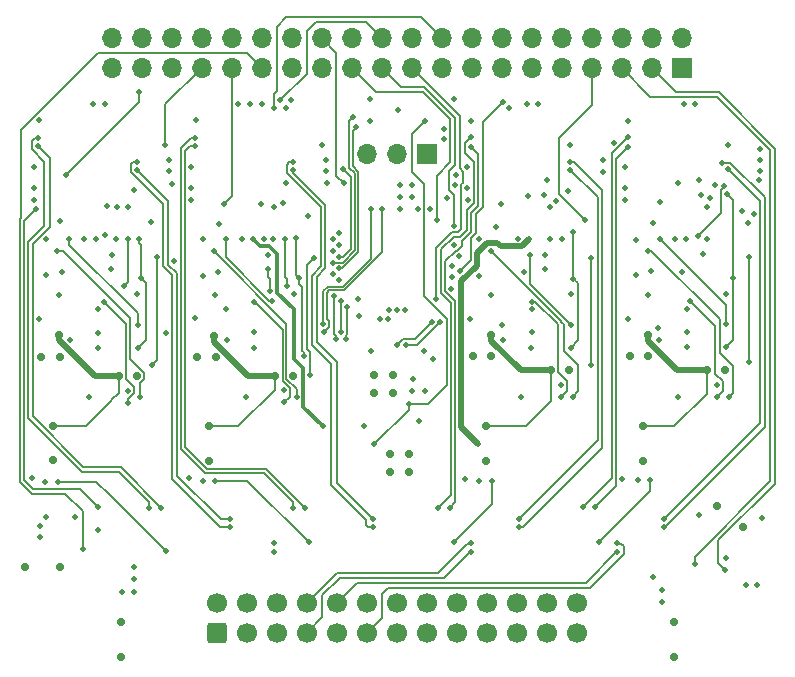
<source format=gbl>
%TF.GenerationSoftware,KiCad,Pcbnew,9.0.0*%
%TF.CreationDate,2025-04-07T15:36:10+02:00*%
%TF.ProjectId,AES42HAT,41455334-3248-4415-942e-6b696361645f,rev?*%
%TF.SameCoordinates,PX5f5e100PY5f5e100*%
%TF.FileFunction,Copper,L6,Bot*%
%TF.FilePolarity,Positive*%
%FSLAX46Y46*%
G04 Gerber Fmt 4.6, Leading zero omitted, Abs format (unit mm)*
G04 Created by KiCad (PCBNEW 9.0.0) date 2025-04-07 15:36:10*
%MOMM*%
%LPD*%
G01*
G04 APERTURE LIST*
G04 Aperture macros list*
%AMRoundRect*
0 Rectangle with rounded corners*
0 $1 Rounding radius*
0 $2 $3 $4 $5 $6 $7 $8 $9 X,Y pos of 4 corners*
0 Add a 4 corners polygon primitive as box body*
4,1,4,$2,$3,$4,$5,$6,$7,$8,$9,$2,$3,0*
0 Add four circle primitives for the rounded corners*
1,1,$1+$1,$2,$3*
1,1,$1+$1,$4,$5*
1,1,$1+$1,$6,$7*
1,1,$1+$1,$8,$9*
0 Add four rect primitives between the rounded corners*
20,1,$1+$1,$2,$3,$4,$5,0*
20,1,$1+$1,$4,$5,$6,$7,0*
20,1,$1+$1,$6,$7,$8,$9,0*
20,1,$1+$1,$8,$9,$2,$3,0*%
G04 Aperture macros list end*
%TA.AperFunction,ComponentPad*%
%ADD10RoundRect,0.250000X0.600000X-0.600000X0.600000X0.600000X-0.600000X0.600000X-0.600000X-0.600000X0*%
%TD*%
%TA.AperFunction,ComponentPad*%
%ADD11C,1.700000*%
%TD*%
%TA.AperFunction,ComponentPad*%
%ADD12R,1.700000X1.700000*%
%TD*%
%TA.AperFunction,ComponentPad*%
%ADD13O,1.700000X1.700000*%
%TD*%
%TA.AperFunction,ViaPad*%
%ADD14C,0.700000*%
%TD*%
%TA.AperFunction,ViaPad*%
%ADD15C,0.500000*%
%TD*%
%TA.AperFunction,Conductor*%
%ADD16C,0.500000*%
%TD*%
%TA.AperFunction,Conductor*%
%ADD17C,0.300000*%
%TD*%
%TA.AperFunction,Conductor*%
%ADD18C,0.200000*%
%TD*%
%TA.AperFunction,Conductor*%
%ADD19C,0.150000*%
%TD*%
G04 APERTURE END LIST*
D10*
%TO.P,J2,1,Pin_1*%
%TO.N,/X4+*%
X-15240000Y-49000000D03*
D11*
%TO.P,J2,2,Pin_2*%
%TO.N,/X4-*%
X-15240000Y-46460000D03*
%TO.P,J2,3,Pin_3*%
%TO.N,GNDD*%
X-12700000Y-49000000D03*
%TO.P,J2,4,Pin_4*%
%TO.N,/X3+*%
X-12700000Y-46460000D03*
%TO.P,J2,5,Pin_5*%
%TO.N,/X3-*%
X-10160000Y-49000000D03*
%TO.P,J2,6,Pin_6*%
%TO.N,GNDD*%
X-10160000Y-46460000D03*
%TO.P,J2,7,Pin_7*%
%TO.N,/X2+*%
X-7620000Y-49000000D03*
%TO.P,J2,8,Pin_8*%
%TO.N,/X2-*%
X-7620000Y-46460000D03*
%TO.P,J2,9,Pin_9*%
%TO.N,GNDD*%
X-5080000Y-49000000D03*
%TO.P,J2,10,Pin_10*%
%TO.N,/X1+*%
X-5080000Y-46460000D03*
%TO.P,J2,11,Pin_11*%
%TO.N,/X1-*%
X-2540000Y-49000000D03*
%TO.P,J2,12,Pin_12*%
%TO.N,GNDD*%
X-2540000Y-46460000D03*
%TO.P,J2,13,Pin_13*%
%TO.N,/R4+*%
X0Y-49000000D03*
%TO.P,J2,14,Pin_14*%
%TO.N,/R4-*%
X0Y-46460000D03*
%TO.P,J2,15,Pin_15*%
%TO.N,GNDD*%
X2540000Y-49000000D03*
%TO.P,J2,16,Pin_16*%
%TO.N,/R3+*%
X2540000Y-46460000D03*
%TO.P,J2,17,Pin_17*%
%TO.N,/R3-*%
X5080000Y-49000000D03*
%TO.P,J2,18,Pin_18*%
%TO.N,GNDD*%
X5080000Y-46460000D03*
%TO.P,J2,19,Pin_19*%
%TO.N,/R2+*%
X7620000Y-49000000D03*
%TO.P,J2,20,Pin_20*%
%TO.N,/R2-*%
X7620000Y-46460000D03*
%TO.P,J2,21,Pin_21*%
%TO.N,GNDD*%
X10160000Y-49000000D03*
%TO.P,J2,22,Pin_22*%
%TO.N,/R1+*%
X10160000Y-46460000D03*
%TO.P,J2,23,Pin_23*%
%TO.N,/R1-*%
X12700000Y-49000000D03*
%TO.P,J2,24,Pin_24*%
%TO.N,GNDD*%
X12700000Y-46460000D03*
%TO.P,J2,25,Pin_25*%
%TO.N,unconnected-(J2-Pin_25-Pad25)*%
X15240000Y-49000000D03*
%TO.P,J2,26,Pin_26*%
%TO.N,unconnected-(J2-Pin_26-Pad26)*%
X15240000Y-46460000D03*
%TD*%
D12*
%TO.P,J1,1,3V3*%
%TO.N,+3.3VP*%
X24080000Y-1195000D03*
D13*
%TO.P,J1,2,5V*%
%TO.N,+5V*%
X24080000Y1345000D03*
%TO.P,J1,3,SDA/GPIO2*%
%TO.N,/SDA*%
X21540000Y-1195000D03*
%TO.P,J1,4,5V*%
%TO.N,+5V*%
X21540000Y1345000D03*
%TO.P,J1,5,SCL/GPIO3*%
%TO.N,/SCL*%
X19000000Y-1195000D03*
%TO.P,J1,6,GND*%
%TO.N,N/C*%
X19000000Y1345000D03*
%TO.P,J1,7,GCLK0/GPIO4*%
%TO.N,/MCLK*%
X16460000Y-1195000D03*
%TO.P,J1,8,GPIO14/TXD*%
%TO.N,/H2P*%
X16460000Y1345000D03*
%TO.P,J1,9,GND*%
%TO.N,GNDD*%
X13920000Y-1195000D03*
%TO.P,J1,10,GPIO15/RXD*%
%TO.N,/P2H*%
X13920000Y1345000D03*
%TO.P,J1,11,GPIO17*%
%TO.N,/IN4*%
X11380000Y-1195000D03*
%TO.P,J1,12,GPIO18/PWM0*%
%TO.N,/BCK*%
X11380000Y1345000D03*
%TO.P,J1,13,GPIO27*%
%TO.N,/OUT3*%
X8840000Y-1195000D03*
%TO.P,J1,14,GND*%
%TO.N,N/C*%
X8840000Y1345000D03*
%TO.P,J1,15,GPIO22*%
%TO.N,/IN1*%
X6300000Y-1195000D03*
%TO.P,J1,16,GPIO23*%
%TO.N,/OUT1*%
X6300000Y1345000D03*
%TO.P,J1,17,3V3*%
%TO.N,+3.3VP*%
X3760000Y-1195000D03*
%TO.P,J1,18,GPIO24*%
%TO.N,/IN2*%
X3760000Y1345000D03*
%TO.P,J1,19,MOSI0/GPIO10*%
%TO.N,/MOSI*%
X1220000Y-1195000D03*
%TO.P,J1,20,GND*%
%TO.N,GNDD*%
X1220000Y1345000D03*
%TO.P,J1,21,MISO0/GPIO9*%
%TO.N,/MISO*%
X-1320000Y-1195000D03*
%TO.P,J1,22,GPIO25*%
%TO.N,/OUT2*%
X-1320000Y1345000D03*
%TO.P,J1,23,SCLK0/GPIO11*%
%TO.N,/SCLK*%
X-3860000Y-1195000D03*
%TO.P,J1,24,~{CE0}/GPIO8*%
%TO.N,/~{CSA}*%
X-3860000Y1345000D03*
%TO.P,J1,25,GND*%
%TO.N,GNDD*%
X-6400000Y-1195000D03*
%TO.P,J1,26,~{CE1}/GPIO7*%
%TO.N,/~{REQ}{slash}~{ISP}*%
X-6400000Y1345000D03*
%TO.P,J1,27,ID_SD/GPIO0*%
%TO.N,Net-(J1-ID_SD{slash}GPIO0)*%
X-8940000Y-1195000D03*
%TO.P,J1,28,ID_SC/GPIO1*%
%TO.N,Net-(J1-ID_SC{slash}GPIO1)*%
X-8940000Y1345000D03*
%TO.P,J1,29,GCLK1/GPIO5*%
%TO.N,/~{WIEN}*%
X-11480000Y-1195000D03*
%TO.P,J1,30,GND*%
%TO.N,GNDD*%
X-11480000Y1345000D03*
%TO.P,J1,31,GCLK2/GPIO6*%
%TO.N,/RCLK*%
X-14020000Y-1195000D03*
%TO.P,J1,32,PWM0/GPIO12*%
%TO.N,/~{RESET}*%
X-14020000Y1345000D03*
%TO.P,J1,33,PWM1/GPIO13*%
%TO.N,/BLS*%
X-16560000Y-1195000D03*
%TO.P,J1,34,GND*%
%TO.N,GNDD*%
X-16560000Y1345000D03*
%TO.P,J1,35,GPIO19/MISO1*%
%TO.N,/LR*%
X-19100000Y-1195000D03*
%TO.P,J1,36,GPIO16*%
%TO.N,/IN5*%
X-19100000Y1345000D03*
%TO.P,J1,37,GPIO26*%
%TO.N,/IN3*%
X-21640000Y-1195000D03*
%TO.P,J1,38,GPIO20/MOSI1*%
%TO.N,/IN0*%
X-21640000Y1345000D03*
%TO.P,J1,39,GND*%
%TO.N,GNDD*%
X-24180000Y-1195000D03*
%TO.P,J1,40,GPIO21/SCLK1*%
%TO.N,/OUT0*%
X-24180000Y1345000D03*
%TD*%
D12*
%TO.P,J8,1,Pin_1*%
%TO.N,/SWCLK*%
X2540000Y-8500000D03*
D13*
%TO.P,J8,2,Pin_2*%
%TO.N,GNDD*%
X0Y-8500000D03*
%TO.P,J8,3,Pin_3*%
%TO.N,/SWDIO*%
X-2540000Y-8500000D03*
%TD*%
D14*
%TO.N,GNDD*%
X29300000Y-40025000D03*
D15*
X19050000Y-36010000D03*
D14*
X20800000Y-34450000D03*
D15*
X225000Y-11140001D03*
X24500000Y-23550000D03*
X-15137500Y-18500000D03*
D14*
X-23425000Y-51050000D03*
D15*
X-30325000Y-5635000D03*
X20350000Y-36090000D03*
X-2250000Y-25144998D03*
X-30747500Y-12352500D03*
X-23300000Y-45565000D03*
X-25350000Y-24900000D03*
X-30275000Y-39970000D03*
X-27700000Y-24250000D03*
X-22300000Y-45565000D03*
X-12100000Y-23575000D03*
X-25325000Y-40350000D03*
X11362500Y-24875000D03*
X-15412500Y-20400000D03*
X5952500Y-12352500D03*
X-19335000Y-9965000D03*
X-17447500Y-12352500D03*
X21250000Y-20425000D03*
X24270000Y-4275000D03*
D14*
X-8800001Y-27287500D03*
D15*
X2250000Y-25142501D03*
X17400000Y-9980000D03*
X30875000Y-39280000D03*
X22400000Y-45400000D03*
X10750000Y-18500000D03*
X19250000Y-9545000D03*
X-22775000Y-28515001D03*
X5750000Y-35985000D03*
X8962500Y-24225000D03*
X-17625000Y-35935000D03*
X25525000Y-39070000D03*
D14*
X27775000Y-26775000D03*
D15*
X11387500Y-23575000D03*
D14*
X19675000Y-25625000D03*
X-22025000Y-27300000D03*
X23450000Y-51040000D03*
X-575000Y-33875000D03*
X27100000Y-38325000D03*
D15*
X10970000Y-4275000D03*
X-16477501Y-15700000D03*
D14*
X-29175000Y-34400000D03*
D15*
X19252500Y-12352500D03*
X-6025000Y-9955000D03*
X-28400000Y-18500000D03*
X6959999Y-15700000D03*
X5950000Y-9545000D03*
X29495000Y-44975000D03*
X100000Y-4750000D03*
X-13180000Y-15650000D03*
D14*
X7500000Y-34450000D03*
D15*
X20259999Y-15725000D03*
X-30900000Y-35910000D03*
D14*
X-28575000Y-43425000D03*
D15*
X-12100000Y-24875000D03*
X24500000Y-24850000D03*
D14*
X23450000Y-48090000D03*
D15*
X-26480000Y-15675000D03*
X-25730000Y-4225000D03*
X-17000000Y-5635000D03*
X6275000Y-5685000D03*
X-17450000Y-9545000D03*
X-28662500Y-20425000D03*
X2325000Y-28545000D03*
X13850000Y-28015001D03*
X6950000Y-36140000D03*
D14*
X-23425000Y-48100000D03*
D15*
X23520000Y-15650000D03*
D14*
X6425000Y-25625000D03*
X-575000Y-35425000D03*
D15*
X30725000Y-9955000D03*
X-26062500Y-29062500D03*
D14*
X-375000Y-27200000D03*
D15*
X21670001Y-44275000D03*
X24125000Y-18500000D03*
X-29800000Y-36240000D03*
X-25350000Y-23600000D03*
X4600000Y-17965000D03*
X-12430000Y-4225000D03*
D14*
X-31525000Y-43425000D03*
D15*
X-12837501Y-29050000D03*
X19574999Y-5669999D03*
D14*
X14575000Y-26775000D03*
D15*
X-29740001Y-15700000D03*
X10500000Y-29037500D03*
X22400000Y-46400000D03*
X-9550001Y-28502501D03*
X-16450000Y-36140000D03*
D14*
X-375000Y-28750000D03*
X-30137500Y-25650000D03*
D15*
X27050000Y-28015001D03*
X10220000Y-15650000D03*
D14*
X-16912501Y-25637500D03*
D15*
X23750000Y-29037500D03*
X7900000Y-20425000D03*
X0Y-21700000D03*
X-30750000Y-9545000D03*
X-14450000Y-24225000D03*
X-22325000Y-44475000D03*
D14*
X-15900000Y-34450000D03*
D15*
X22125000Y-24200000D03*
%TO.N,+3.3V*%
X26215000Y-15650000D03*
X-19325000Y-8995000D03*
X30725000Y-8995000D03*
X1850000Y-31100000D03*
X12915000Y-15650000D03*
X-27300000Y-39225000D03*
D14*
X-1925000Y-27200000D03*
D15*
X30455000Y-44975000D03*
X-29775000Y-39225000D03*
X17400000Y-9020000D03*
X-24770000Y-4225000D03*
X1250000Y-11140001D03*
X-17450000Y-11395000D03*
X-700000Y-21725000D03*
X25230000Y-4275000D03*
X5950000Y-11395000D03*
X11930000Y-4275000D03*
X-11470000Y-4225000D03*
X-30750000Y-11395000D03*
X4600000Y-18925000D03*
X19250000Y-11395000D03*
X700000Y-21725000D03*
X-23785000Y-15675000D03*
X-10485000Y-15650000D03*
X27850000Y-42700000D03*
X-6025000Y-8995000D03*
D14*
%TO.N,+5V*%
X7975000Y-25625000D03*
D15*
X19550000Y-22425000D03*
D14*
X21225000Y-25625000D03*
D15*
X27812500Y-20300000D03*
X-30362500Y-22425000D03*
X-22325000Y-43475000D03*
X-24150000Y-17000000D03*
X25850000Y-16987500D03*
D14*
X-28575000Y-25650000D03*
X975000Y-33875000D03*
D15*
X-30275000Y-40930000D03*
X-8750000Y-20325000D03*
X1275000Y-28545000D03*
D14*
X-15350001Y-25637500D03*
D15*
X-22000000Y-20350000D03*
X14687500Y-20325000D03*
X12525000Y-17000000D03*
X24500000Y-21600000D03*
X-17112500Y-22400000D03*
X6200000Y-22425000D03*
X11375000Y-21625000D03*
X-10950000Y-17000000D03*
X-25350000Y-21650000D03*
X-14475000Y-21625000D03*
D14*
X-1925000Y-28750000D03*
D15*
%TO.N,+1V8*%
X-25520000Y-15675000D03*
X24480000Y-15650000D03*
X11180000Y-15650000D03*
X6800000Y-33000000D03*
X-2775000Y-31550000D03*
X-12220000Y-15650000D03*
D14*
X975000Y-35425000D03*
D15*
X-6299000Y-31550000D03*
%TO.N,/MCLK*%
X29170000Y-13300000D03*
X-7550000Y-13750000D03*
X-20825000Y-14250000D03*
X-3275000Y-22165001D03*
X15875000Y-14075000D03*
%TO.N,/BLS*%
X14650000Y-7725000D03*
X-19637500Y-7712500D03*
X27975000Y-7725000D03*
X4250000Y-12200000D03*
X-6325000Y-7725000D03*
%TO.N,+3.3VP*%
X4809999Y-3800000D03*
X2375000Y-5700000D03*
X975000Y-29650000D03*
X-2335000Y-5700000D03*
X-2335000Y-3800000D03*
X-1925000Y-33025000D03*
%TO.N,/~{CSA}*%
X4987500Y-10262500D03*
X23775000Y-10925000D03*
%TO.N,/SCLK*%
X-24575000Y-12925000D03*
X12450000Y-11975000D03*
X-11521752Y-12703248D03*
X3350000Y-14100000D03*
X25750000Y-11975000D03*
%TO.N,/MOSI*%
X-10450000Y-12975000D03*
X3325000Y-20775000D03*
X12950000Y-12950000D03*
X-23750000Y-12950000D03*
X26250000Y-12950000D03*
%TO.N,/MISO*%
X13450000Y-12450000D03*
X-9650000Y-12650000D03*
X26489124Y-12235876D03*
X-22775000Y-12948376D03*
X4850000Y-14575000D03*
%TO.N,/~{INTA}*%
X25575000Y-10650000D03*
X4925000Y-11140001D03*
%TO.N,/~{RESET}*%
X225000Y-12159999D03*
X26925000Y-11125000D03*
X14450000Y-11650000D03*
X-9400000Y-10937500D03*
X-22250000Y-11550000D03*
%TO.N,/~{CSB}*%
X11051624Y-12026624D03*
X250000Y-13125000D03*
%TO.N,/~{INTB}*%
X4850000Y-16175000D03*
X13935000Y-15675000D03*
%TO.N,/~{REQ}{slash}~{ISP}*%
X-4525000Y-10950000D03*
X1250000Y-12159999D03*
%TO.N,/UCKA*%
X5266878Y-17130058D03*
X25450000Y-15450000D03*
X27698376Y-11226624D03*
%TO.N,/UBTA*%
X30636148Y-10724070D03*
X-5475000Y-16675000D03*
X-4775000Y-23553000D03*
X-4775000Y-20950000D03*
%TO.N,/UBTB*%
X-4950000Y-17175000D03*
X-4600000Y-9750000D03*
X12700000Y-10700000D03*
%TO.N,/PHOA*%
X21400000Y-36090000D03*
X17075000Y-41375000D03*
%TO.N,/IN4*%
X-13450000Y-4250000D03*
%TO.N,/~{CSC}*%
X-11300000Y-15650000D03*
X-4950000Y-16175000D03*
%TO.N,/~{CSD}*%
X-4950000Y-15175000D03*
X-24750000Y-15325000D03*
%TO.N,/MODC*%
X-1250000Y-13100000D03*
X-6225000Y-23575000D03*
%TO.N,/MODD*%
X-19615140Y-23600000D03*
X-6250000Y-22850000D03*
X-2250000Y-13100000D03*
%TO.N,/SDA*%
X27775000Y-43700000D03*
X3975000Y-7175000D03*
%TO.N,/SCL*%
X3998000Y-6400000D03*
X25175000Y-43200000D03*
%TO.N,/MODB*%
X8850000Y-22925000D03*
X-5475000Y-15675000D03*
X-4250000Y-21469485D03*
X-4373376Y-24148376D03*
%TO.N,/UCKD*%
X-18875000Y-17550000D03*
X-5475000Y-18675000D03*
%TO.N,/P2H*%
X-5475000Y-17675000D03*
X-3725000Y-5375000D03*
%TO.N,/H2P*%
X-3462500Y-6237500D03*
X-4950000Y-18175000D03*
%TO.N,/UBTC*%
X1750000Y-13125000D03*
X-5925000Y-10950000D03*
%TO.N,/MODA*%
X-5377249Y-20500999D03*
X-4950000Y-19175000D03*
X22075000Y-23175000D03*
X-5175000Y-24172545D03*
%TO.N,/UBTD*%
X-19100000Y-11050000D03*
X2752246Y-13105076D03*
%TO.N,/PVC*%
X-51624Y-24650000D03*
X2925000Y-22676000D03*
%TO.N,/WCLK*%
X30725000Y-8050000D03*
X4575000Y-19906000D03*
X-16465000Y-18775000D03*
X20235000Y-18750000D03*
X-29740001Y-18725000D03*
X6950000Y-18800000D03*
%TO.N,/PVD*%
X725000Y-24650000D03*
X3650000Y-22700000D03*
%TO.N,Net-(T5-OUT2B)*%
X22625000Y-39400000D03*
X27975000Y-9725000D03*
%TO.N,Net-(T5-OUT1A)*%
X27475000Y-9225000D03*
X22625000Y-40100000D03*
%TO.N,/X2+*%
X6270000Y-42150000D03*
%TO.N,/X2-*%
X6270000Y-41450000D03*
%TO.N,/X1+*%
X18645000Y-42150000D03*
%TO.N,/X1-*%
X18645000Y-41450000D03*
%TO.N,/R3+*%
X-10420000Y-42150000D03*
%TO.N,/R3-*%
X-10420000Y-41450000D03*
%TO.N,/BCK*%
X5275000Y-18425000D03*
X8950000Y-4050000D03*
X-8950000Y-3950000D03*
%TO.N,/OUT3*%
X-28025000Y-10225000D03*
X-21900000Y-3275000D03*
%TO.N,/IN2*%
X-10450000Y-4600000D03*
%TO.N,/OUT2*%
X-9950000Y-3950000D03*
%TO.N,/IN3*%
X18337696Y-7537696D03*
%TO.N,/LR*%
X9450000Y-4600000D03*
X-9450000Y-4600000D03*
%TO.N,/M3A*%
X28425000Y-19000000D03*
X27923148Y-11905100D03*
X27837499Y-24850000D03*
%TO.N,/SLA*%
X22234999Y-15675000D03*
X27825000Y-22900000D03*
%TO.N,/FBA*%
X24828248Y-20950000D03*
X27050000Y-29034999D03*
%TO.N,/~{WIEN}*%
X-26625000Y-41900000D03*
%TO.N,Net-(C59-Pad1)*%
X29800000Y-26075000D03*
X29800000Y-17240001D03*
%TO.N,Net-(T6-OUT2B)*%
X14625000Y-9800003D03*
X10270000Y-39400000D03*
%TO.N,Net-(T6-OUT1A)*%
X14625000Y-9150000D03*
X10270000Y-40100000D03*
%TO.N,Net-(T7-OUT1A)*%
X-2055000Y-40100000D03*
X-8800000Y-9125000D03*
%TO.N,Net-(T7-OUT2B)*%
X-2055000Y-39400000D03*
X-8800000Y-9825000D03*
%TO.N,Net-(T8-OUT1A)*%
X-14125000Y-40100000D03*
X-22062500Y-9150000D03*
%TO.N,Net-(T8-OUT2B)*%
X-14125000Y-39400000D03*
X-22062500Y-9800003D03*
%TO.N,Net-(C50-Pad1)*%
X21225000Y-16687500D03*
X28075000Y-29020000D03*
D14*
%TO.N,Net-(D52-A1)*%
X21225000Y-23825000D03*
X20800000Y-31550000D03*
X26225000Y-26775000D03*
D15*
%TO.N,Net-(C60-Pad1)*%
X14850000Y-29020000D03*
X7900000Y-16700000D03*
D14*
%TO.N,Net-(D62-A1)*%
X13025000Y-26775000D03*
X7500000Y-31550000D03*
X7975000Y-23825000D03*
D15*
%TO.N,Net-(C69-Pad1)*%
X16375000Y-17265001D03*
X16375000Y-26350000D03*
%TO.N,Net-(C70-Pad1)*%
X-8500000Y-29020000D03*
X-15500000Y-16715001D03*
D14*
%TO.N,Net-(D72-A1)*%
X-15900000Y-31550000D03*
X-10350001Y-27287500D03*
X-15512500Y-23925000D03*
D15*
%TO.N,Net-(C79-Pad1)*%
X-7400000Y-27225000D03*
X-7025000Y-17265001D03*
%TO.N,Net-(C80-Pad1)*%
X-28775000Y-16700000D03*
X-21775000Y-29020000D03*
D14*
%TO.N,Net-(D82-A1)*%
X-23575000Y-27300000D03*
X-29175000Y-31500000D03*
X-28650000Y-23850000D03*
D15*
%TO.N,Net-(C89-Pad1)*%
X-20350000Y-17240001D03*
X-20775000Y-26375000D03*
%TO.N,/PHOB*%
X4775000Y-41375000D03*
X8000000Y-36140000D03*
%TO.N,/PHOC*%
X-15400000Y-36140000D03*
X-7500000Y-41350000D03*
%TO.N,/FBB*%
X11375000Y-20975000D03*
X13850000Y-29034999D03*
%TO.N,/SLB*%
X14700000Y-22925000D03*
X11250000Y-16999000D03*
%TO.N,/FBC*%
X-12100000Y-20975000D03*
X-9550000Y-29522499D03*
%TO.N,/SLC*%
X-10600000Y-20925000D03*
X-14502501Y-15700000D03*
%TO.N,/FBD*%
X-22775000Y-29534999D03*
X-24825000Y-21000000D03*
%TO.N,/SLD*%
X-27765001Y-15700000D03*
X-21975000Y-22950000D03*
%TO.N,/MID*%
X-10775000Y-20075000D03*
X1325000Y-27525000D03*
X12475000Y-18250000D03*
X-24200000Y-18250000D03*
X3000000Y-25825000D03*
X21500000Y-18425000D03*
X-10925000Y-18250000D03*
%TO.N,/M3B*%
X14712499Y-24875000D03*
X14925000Y-19026000D03*
X14925000Y-15100000D03*
%TO.N,/M3C*%
X-8550000Y-15625000D03*
X-7925000Y-25550000D03*
X-8313785Y-18988785D03*
%TO.N,/M3D*%
X-21675000Y-19000000D03*
X-21850000Y-15675000D03*
X-21962501Y-24900000D03*
%TO.N,Net-(T1-OUT2B)*%
X19537500Y-7875000D03*
X16730358Y-38400000D03*
%TO.N,Net-(T1-OUT1A)*%
X15710358Y-38400000D03*
X19537500Y-7045000D03*
%TO.N,Net-(T2-OUT1A)*%
X3431072Y-38425000D03*
X6237500Y-7045000D03*
%TO.N,Net-(T2-OUT2B)*%
X6237500Y-7875000D03*
X4451072Y-38425000D03*
%TO.N,Net-(T3-OUT1A)*%
X-17087500Y-7150000D03*
X-8820000Y-38425000D03*
%TO.N,Net-(T3-OUT2B)*%
X-7800000Y-38425000D03*
X-17087500Y-7800003D03*
%TO.N,Net-(T4-OUT2B)*%
X-19965000Y-38425000D03*
X-30400000Y-7825000D03*
%TO.N,Net-(T4-OUT1A)*%
X-30400000Y-7125000D03*
X-20985000Y-38425000D03*
%TO.N,/~{INTC}*%
X-1475000Y-22450000D03*
X-9465000Y-15650000D03*
X-9325000Y-19625000D03*
%TO.N,/~{INTD}*%
X-22765000Y-15675000D03*
X-23150000Y-19700000D03*
X-750000Y-22450000D03*
%TO.N,/ACLK*%
X8325000Y-14625000D03*
X-15075000Y-14450000D03*
X-3350000Y-20750000D03*
X21650000Y-14300000D03*
X29700000Y-14300000D03*
X-28525000Y-14175000D03*
%TO.N,/RCLK*%
X8750000Y-12700000D03*
X-25325000Y-38400000D03*
X-30586334Y-13138666D03*
X-14675000Y-12725000D03*
X30250000Y-13550000D03*
X22225000Y-12525000D03*
%TO.N,/PHOD*%
X-28750000Y-36240000D03*
X-19610000Y-42080000D03*
%TD*%
D16*
%TO.N,+1V8*%
X6751000Y-17949000D02*
X5425000Y-19275000D01*
D17*
X-8750000Y-21625000D02*
X-8750000Y-25800000D01*
X-7949000Y-27455232D02*
X-7949000Y-29900000D01*
X-7949000Y-26601000D02*
X-7949000Y-26994768D01*
D16*
X5425000Y-19275000D02*
X5425000Y-31625000D01*
D17*
X-10150000Y-16925000D02*
X-10150000Y-20225000D01*
X-10825000Y-16250000D02*
X-10150000Y-16925000D01*
X-7949000Y-26994768D02*
X-7951000Y-26996768D01*
D16*
X7600000Y-16025000D02*
X6751000Y-16874000D01*
X8475000Y-16025000D02*
X7600000Y-16025000D01*
D17*
X-10150000Y-20225000D02*
X-8750000Y-21625000D01*
D16*
X8751000Y-16301000D02*
X8475000Y-16025000D01*
D17*
X-8750000Y-25800000D02*
X-7949000Y-26601000D01*
X-7951000Y-27453232D02*
X-7949000Y-27455232D01*
D16*
X6751000Y-16874000D02*
X6751000Y-17949000D01*
X5425000Y-31625000D02*
X6800000Y-33000000D01*
X10529000Y-16301000D02*
X8751000Y-16301000D01*
X11180000Y-15650000D02*
X10529000Y-16301000D01*
D17*
X-12220000Y-15650000D02*
X-11620000Y-16250000D01*
X-7951000Y-26996768D02*
X-7951000Y-27453232D01*
X-11620000Y-16250000D02*
X-10825000Y-16250000D01*
X-7949000Y-29900000D02*
X-6299000Y-31550000D01*
D18*
%TO.N,/MCLK*%
X13674000Y-11874000D02*
X13674000Y-7151000D01*
X15875000Y-14075000D02*
X13674000Y-11874000D01*
X16460000Y-4365000D02*
X16460000Y-1195000D01*
X13674000Y-7151000D02*
X16460000Y-4365000D01*
%TO.N,/BLS*%
X-19637500Y-4272500D02*
X-16560000Y-1195000D01*
X-19637500Y-7712500D02*
X-19637500Y-4272500D01*
%TO.N,+3.3VP*%
X975000Y-30125000D02*
X-1925000Y-33025000D01*
X975000Y-29650000D02*
X975000Y-30125000D01*
X1275000Y-6800000D02*
X2375000Y-5700000D01*
X2600000Y-29650000D02*
X4175000Y-28075000D01*
X2250000Y-11025000D02*
X1275000Y-10050000D01*
X4175000Y-22450000D02*
X2250000Y-20525000D01*
X2250000Y-20525000D02*
X2250000Y-11025000D01*
X975000Y-29650000D02*
X2600000Y-29650000D01*
X4175000Y-28075000D02*
X4175000Y-22450000D01*
X1275000Y-10050000D02*
X1275000Y-6800000D01*
%TO.N,/SCLK*%
X3350000Y-14100000D02*
X3350000Y-10350000D01*
X3350000Y-10350000D02*
X4500000Y-9200000D01*
X-1805000Y-3250000D02*
X-3860000Y-1195000D01*
X4500000Y-9200000D02*
X4500000Y-5525000D01*
X2225000Y-3250000D02*
X-1805000Y-3250000D01*
X4500000Y-5525000D02*
X2225000Y-3250000D01*
%TO.N,/MOSI*%
X3325000Y-16425000D02*
X4625000Y-15125000D01*
X3325000Y-20775000D02*
X3325000Y-16425000D01*
X5425000Y-11050000D02*
X5575000Y-10900000D01*
X5575000Y-10900000D02*
X5575000Y-9975000D01*
X5575000Y-9975000D02*
X5300000Y-9700000D01*
X5425000Y-14825000D02*
X5425000Y-11050000D01*
X4625000Y-15125000D02*
X5125000Y-15125000D01*
X5125000Y-15125000D02*
X5425000Y-14825000D01*
X5300000Y-9700000D02*
X5300000Y-5275000D01*
X5300000Y-5275000D02*
X1220000Y-1195000D01*
%TO.N,/MISO*%
X310000Y-2825000D02*
X-1320000Y-1195000D01*
X4400000Y-11500000D02*
X4400000Y-9925000D01*
X4850000Y-11950000D02*
X4400000Y-11500000D01*
X4900000Y-9425000D02*
X4900000Y-5425000D01*
X4400000Y-9925000D02*
X4900000Y-9425000D01*
X4850000Y-14575000D02*
X4850000Y-11950000D01*
X2300000Y-2825000D02*
X310000Y-2825000D01*
X4900000Y-5425000D02*
X2300000Y-2825000D01*
%TO.N,/~{REQ}{slash}~{ISP}*%
X-5150000Y95000D02*
X-6400000Y1345000D01*
X-4525000Y-10950000D02*
X-5150000Y-10325000D01*
X-5150000Y-10325000D02*
X-5150000Y95000D01*
D19*
%TO.N,/UCKA*%
X27698376Y-11226624D02*
X27400000Y-11525000D01*
X27400000Y-13500000D02*
X25450000Y-15450000D01*
X27400000Y-11525000D02*
X27400000Y-13500000D01*
D18*
%TO.N,/UBTA*%
X-4775000Y-23553000D02*
X-4775000Y-20950000D01*
D19*
%TO.N,/UBTB*%
X-4550000Y-17175000D02*
X-4950000Y-17175000D01*
X-4600000Y-9750000D02*
X-3902000Y-10448000D01*
X-3902000Y-10448000D02*
X-3902000Y-16527000D01*
X-3902000Y-16527000D02*
X-4550000Y-17175000D01*
D18*
%TO.N,/PHOA*%
X21400000Y-37050000D02*
X21400000Y-36090000D01*
X17075000Y-41375000D02*
X21400000Y-37050000D01*
D19*
%TO.N,/MODC*%
X-5774000Y-23124000D02*
X-6225000Y-23575000D01*
X-5949000Y-22477834D02*
X-5774000Y-22652834D01*
X-1250000Y-13100000D02*
X-1250000Y-16775678D01*
X-1250000Y-16775678D02*
X-4500322Y-20026000D01*
X-5949000Y-20224678D02*
X-5949000Y-22477834D01*
X-5750322Y-20026000D02*
X-5949000Y-20224678D01*
X-5774000Y-22652834D02*
X-5774000Y-23124000D01*
X-4500322Y-20026000D02*
X-5750322Y-20026000D01*
%TO.N,/MODD*%
X-2250000Y-17350000D02*
X-4625000Y-19725000D01*
X-2250000Y-13100000D02*
X-2250000Y-17350000D01*
X-6250000Y-20100000D02*
X-6250000Y-22850000D01*
X-5875000Y-19725000D02*
X-6250000Y-20100000D01*
X-4625000Y-19725000D02*
X-5875000Y-19725000D01*
D18*
%TO.N,/SDA*%
X27225000Y-3250000D02*
X32000000Y-8025000D01*
X27200000Y-41200000D02*
X27200000Y-43150000D01*
X23595000Y-3250000D02*
X27225000Y-3250000D01*
X21540000Y-1195000D02*
X23595000Y-3250000D01*
X32000000Y-36400000D02*
X27200000Y-41200000D01*
X27200000Y-43150000D02*
X27775000Y-43725000D01*
X32000000Y-8025000D02*
X32000000Y-36400000D01*
%TO.N,/SCL*%
X25175000Y-42575000D02*
X25175000Y-43200000D01*
X19000000Y-1195000D02*
X21431000Y-3626000D01*
X31599000Y-8174000D02*
X31599000Y-36151000D01*
X21431000Y-3626000D02*
X27051000Y-3626000D01*
X27051000Y-3626000D02*
X31599000Y-8174000D01*
X31599000Y-36151000D02*
X25175000Y-42575000D01*
%TO.N,/MODB*%
X-4250000Y-21469485D02*
X-4250000Y-23736521D01*
X-4250000Y-23736521D02*
X-4375000Y-23861521D01*
X-4375000Y-23861521D02*
X-4375000Y-24146752D01*
X-4375000Y-24146752D02*
X-4373376Y-24148376D01*
D19*
%TO.N,/P2H*%
X-4624322Y-17675000D02*
X-3601000Y-16651678D01*
X-3601000Y-16651678D02*
X-3601000Y-10124000D01*
X-4075000Y-5725000D02*
X-3725000Y-5375000D01*
X-3601000Y-10124000D02*
X-4075000Y-9650000D01*
X-3750000Y-5400000D02*
X-3725000Y-5375000D01*
X-5475000Y-17675000D02*
X-4624322Y-17675000D01*
X-4075000Y-9650000D02*
X-4075000Y-5725000D01*
%TO.N,/H2P*%
X-3774000Y-6549000D02*
X-3774000Y-9525000D01*
X-3300000Y-16776356D02*
X-4698644Y-18175000D01*
X-3462500Y-6237500D02*
X-3774000Y-6549000D01*
X-4698644Y-18175000D02*
X-4950000Y-18175000D01*
X-3300000Y-9999000D02*
X-3300000Y-16776356D01*
X-3774000Y-9525000D02*
X-3300000Y-9999000D01*
D18*
%TO.N,/MODA*%
X-5377249Y-20500999D02*
X-5377249Y-23697751D01*
X-5377249Y-23697751D02*
X-5175000Y-23900000D01*
X-5175000Y-23900000D02*
X-5175000Y-24172545D01*
%TO.N,/PVC*%
X473376Y-24125000D02*
X-51624Y-24650000D01*
X1476000Y-24125000D02*
X473376Y-24125000D01*
X2925000Y-22676000D02*
X1476000Y-24125000D01*
%TO.N,/PVD*%
X3650000Y-22700000D02*
X1700000Y-24650000D01*
X1700000Y-24650000D02*
X725000Y-24650000D01*
%TO.N,Net-(T5-OUT2B)*%
X30750000Y-12500000D02*
X27975000Y-9725000D01*
X22625000Y-39400000D02*
X30750000Y-31275000D01*
X22625000Y-39425000D02*
X22625000Y-39400000D01*
X30750000Y-31275000D02*
X30750000Y-12500000D01*
%TO.N,Net-(T5-OUT1A)*%
X22603248Y-40075000D02*
X22650000Y-40075000D01*
X27767479Y-9224000D02*
X27766479Y-9225000D01*
X28183521Y-9225000D02*
X28182521Y-9224000D01*
X31125000Y-31608521D02*
X31125000Y-12150000D01*
X27766479Y-9225000D02*
X27475000Y-9225000D01*
X31125000Y-12150000D02*
X28200000Y-9225000D01*
X22824000Y-39901000D02*
X22832521Y-39901000D01*
X22650000Y-40075000D02*
X22824000Y-39901000D01*
X28182521Y-9224000D02*
X27767479Y-9224000D01*
X28200000Y-9225000D02*
X28183521Y-9225000D01*
X22832521Y-39901000D02*
X31125000Y-31608521D01*
%TO.N,/X2+*%
X-6325000Y-45850000D02*
X-4875000Y-44400000D01*
X-4875000Y-44400000D02*
X3995000Y-44400000D01*
X-6325000Y-47705000D02*
X-6325000Y-45850000D01*
X3995000Y-44400000D02*
X6270000Y-42125000D01*
X-7620000Y-49000000D02*
X-6325000Y-47705000D01*
%TO.N,/X2-*%
X-7620000Y-46460000D02*
X-5260000Y-44100000D01*
X-5100678Y-43950000D02*
X3475000Y-43950000D01*
X5950000Y-41475000D02*
X6270000Y-41475000D01*
X3475000Y-43950000D02*
X5950000Y-41475000D01*
X-5250678Y-44100000D02*
X-5100678Y-43950000D01*
X-5260000Y-44100000D02*
X-5250678Y-44100000D01*
%TO.N,/X1+*%
X15945000Y-44825000D02*
X18645000Y-42125000D01*
X-3445000Y-44825000D02*
X15945000Y-44825000D01*
X-5080000Y-46460000D02*
X-3445000Y-44825000D01*
%TO.N,/X1-*%
X18975000Y-41475000D02*
X18645000Y-41475000D01*
X-1275000Y-47735000D02*
X-1275000Y-45700000D01*
X19200000Y-41700000D02*
X18975000Y-41475000D01*
X19200000Y-42350000D02*
X19200000Y-41700000D01*
X-1275000Y-45700000D02*
X-775000Y-45200000D01*
X-2540000Y-49000000D02*
X-1275000Y-47735000D01*
X16350000Y-45200000D02*
X19200000Y-42350000D01*
X-775000Y-45200000D02*
X16350000Y-45200000D01*
%TO.N,/BCK*%
X6250000Y-15625000D02*
X6675000Y-15200000D01*
X5281993Y-18412398D02*
X6250000Y-17444391D01*
X7250000Y-5750000D02*
X8950000Y-4050000D01*
X7250000Y-12975000D02*
X7250000Y-5750000D01*
X6250000Y-17444391D02*
X6250000Y-15625000D01*
X6675000Y-15200000D02*
X6675000Y-13550000D01*
X6675000Y-13550000D02*
X7250000Y-12975000D01*
%TO.N,/OUT3*%
X-28025000Y-10225000D02*
X-21900000Y-4100000D01*
X-21900000Y-4100000D02*
X-21900000Y-3275000D01*
%TO.N,/IN2*%
X-10450000Y-4600000D02*
X-10450000Y-3400000D01*
X-10200000Y-3150000D02*
X-10200000Y2275000D01*
X2005000Y3100000D02*
X3760000Y1345000D01*
X-10450000Y-3400000D02*
X-10200000Y-3150000D01*
X-10200000Y2275000D02*
X-9375000Y3100000D01*
X-9375000Y3100000D02*
X2005000Y3100000D01*
%TO.N,/OUT2*%
X-6900000Y2700000D02*
X-2675000Y2700000D01*
X-7675000Y-1675000D02*
X-7675000Y1925000D01*
X-7675000Y1925000D02*
X-6900000Y2700000D01*
X-2675000Y2700000D02*
X-1320000Y1345000D01*
X-9950000Y-3950000D02*
X-7675000Y-1675000D01*
%TO.N,/M3A*%
X28425000Y-24262499D02*
X27837499Y-24850000D01*
X28425000Y-19000000D02*
X28425000Y-24262499D01*
X28425000Y-12406952D02*
X27923148Y-11905100D01*
X28425000Y-19000000D02*
X28425000Y-12406952D01*
%TO.N,/SLA*%
X27825000Y-21265001D02*
X22234999Y-15675000D01*
X27825000Y-22900000D02*
X27825000Y-21265001D01*
%TO.N,/FBA*%
X26925000Y-23046752D02*
X26925000Y-27075000D01*
X26925000Y-27075000D02*
X27575000Y-27725000D01*
X24828248Y-20950000D02*
X26925000Y-23046752D01*
X27575000Y-27725000D02*
X27575000Y-28509999D01*
X27575000Y-28509999D02*
X27050000Y-29034999D01*
%TO.N,/~{WIEN}*%
X-26625000Y-41900000D02*
X-26625000Y-38750000D01*
X-31926000Y-36245389D02*
X-31926000Y-13981943D01*
X-25350000Y75000D02*
X-12750000Y75000D01*
X-12750000Y75000D02*
X-11480000Y-1195000D01*
X-30849322Y-37275000D02*
X-30850322Y-37276000D01*
X-26625000Y-38750000D02*
X-28100000Y-37275000D01*
X-31850000Y-6425000D02*
X-25350000Y75000D01*
X-31850000Y-13905944D02*
X-31850000Y-6425000D01*
X-31926000Y-13981943D02*
X-31850000Y-13905944D01*
X-28100000Y-37275000D02*
X-30849322Y-37275000D01*
X-30895389Y-37276000D02*
X-31926000Y-36245389D01*
X-30850322Y-37276000D02*
X-30895389Y-37276000D01*
%TO.N,Net-(C59-Pad1)*%
X29800000Y-26075000D02*
X29800000Y-17240001D01*
%TO.N,Net-(T6-OUT2B)*%
X14625000Y-9800003D02*
X16975000Y-12150003D01*
X16975000Y-12150003D02*
X16975000Y-32720000D01*
X16975000Y-32720000D02*
X10270000Y-39425000D01*
%TO.N,Net-(T6-OUT1A)*%
X17350000Y-11500000D02*
X17350000Y-33350000D01*
X17350000Y-33350000D02*
X10625000Y-40075000D01*
X15000000Y-9150000D02*
X17350000Y-11500000D01*
X14625000Y-9150000D02*
X15000000Y-9150000D01*
X10625000Y-40075000D02*
X10270000Y-40075000D01*
%TO.N,Net-(T7-OUT1A)*%
X-9350000Y-10062500D02*
X-6450000Y-12962500D01*
X-5625000Y-26225000D02*
X-5625000Y-36526752D01*
X-2450000Y-40100000D02*
X-2101752Y-40100000D01*
X-8787500Y-9150000D02*
X-9125000Y-9150000D01*
X-6450000Y-18000000D02*
X-7225000Y-18775000D01*
X-9350000Y-9375000D02*
X-9350000Y-10062500D01*
X-2675000Y-39875000D02*
X-2450000Y-40100000D01*
X-2675000Y-39476752D02*
X-2675000Y-39875000D01*
X-6450000Y-12962500D02*
X-6450000Y-18000000D01*
X-9125000Y-9150000D02*
X-9350000Y-9375000D01*
X-7225000Y-18775000D02*
X-7225000Y-24625000D01*
X-5625000Y-36526752D02*
X-2675000Y-39476752D01*
X-7225000Y-24625000D02*
X-5625000Y-26225000D01*
X-2101752Y-40100000D02*
X-2076752Y-40075000D01*
%TO.N,Net-(T7-OUT2B)*%
X-6793274Y-18893274D02*
X-6075000Y-18175000D01*
X-6075000Y-12819118D02*
X-8787500Y-10106618D01*
X-2055000Y-39425000D02*
X-2055000Y-39385000D01*
X-8787500Y-10106618D02*
X-8787500Y-9800003D01*
X-6075000Y-18175000D02*
X-6075000Y-12819118D01*
X-6793274Y-24406387D02*
X-6793274Y-18893274D01*
X-5100000Y-36340000D02*
X-5100000Y-26099661D01*
X-5100000Y-26099661D02*
X-6793274Y-24406387D01*
X-2055000Y-39385000D02*
X-5100000Y-36340000D01*
%TO.N,Net-(T8-OUT1A)*%
X-19075000Y-18700000D02*
X-19826000Y-17949000D01*
X-22563500Y-10007524D02*
X-22563500Y-9363500D01*
X-19826000Y-17949000D02*
X-19826000Y-12745024D01*
X-19826000Y-12745024D02*
X-22563500Y-10007524D01*
X-15005280Y-40075000D02*
X-19075000Y-36005280D01*
X-19075000Y-36005280D02*
X-19075000Y-18700000D01*
X-22350000Y-9150000D02*
X-22062500Y-9150000D01*
X-22563500Y-9363500D02*
X-22350000Y-9150000D01*
X-14105000Y-40075000D02*
X-15005280Y-40075000D01*
%TO.N,Net-(T8-OUT2B)*%
X-19375000Y-12487503D02*
X-19375000Y-17875000D01*
X-19375000Y-17875000D02*
X-18650000Y-18600000D01*
X-18650000Y-18600000D02*
X-18650000Y-35725000D01*
X-18650000Y-35725000D02*
X-14950000Y-39425000D01*
X-14950000Y-39425000D02*
X-14105000Y-39425000D01*
X-22062500Y-9800003D02*
X-19375000Y-12487503D01*
%TO.N,Net-(C50-Pad1)*%
X27300000Y-22475000D02*
X21512500Y-16687500D01*
X28400000Y-26425000D02*
X27300000Y-25325000D01*
X28400000Y-28695000D02*
X28400000Y-26425000D01*
X27300000Y-25325000D02*
X27300000Y-22475000D01*
X28075000Y-29020000D02*
X28400000Y-28695000D01*
X21512500Y-16687500D02*
X21225000Y-16687500D01*
D16*
%TO.N,Net-(D52-A1)*%
X23700000Y-26775000D02*
X26225000Y-26775000D01*
X21225000Y-24300000D02*
X23700000Y-26775000D01*
X21225000Y-23825000D02*
X21225000Y-24300000D01*
D18*
X26225000Y-28775000D02*
X23450000Y-31550000D01*
X26225000Y-26775000D02*
X26225000Y-28775000D01*
X23450000Y-31550000D02*
X20800000Y-31550000D01*
%TO.N,Net-(C60-Pad1)*%
X15300000Y-28570000D02*
X15300000Y-26350000D01*
X14100000Y-25150000D02*
X14100000Y-22878611D01*
X11845389Y-20624000D02*
X11845388Y-20624000D01*
X11824000Y-20624000D02*
X7900000Y-16700000D01*
X13770389Y-22549000D02*
X13770388Y-22549000D01*
X12051000Y-20829611D02*
X12051000Y-20829612D01*
X13770388Y-22549000D02*
X12051000Y-20829611D01*
X14100000Y-22878611D02*
X13976000Y-22754612D01*
X11845388Y-20624000D02*
X11824000Y-20624000D01*
X14850000Y-29020000D02*
X15300000Y-28570000D01*
X15300000Y-26350000D02*
X14100000Y-25150000D01*
X13976000Y-22754612D02*
X13770389Y-22549000D01*
X12051000Y-20829611D02*
X11845389Y-20624000D01*
%TO.N,Net-(D62-A1)*%
X13025000Y-29425000D02*
X10900000Y-31550000D01*
X10900000Y-31550000D02*
X7500000Y-31550000D01*
D16*
X10450000Y-26775000D02*
X13025000Y-26775000D01*
X7975000Y-24300000D02*
X10450000Y-26775000D01*
X7975000Y-23825000D02*
X7975000Y-24300000D01*
D18*
X13025000Y-26775000D02*
X13025000Y-29425000D01*
%TO.N,Net-(C69-Pad1)*%
X16375000Y-26350000D02*
X16375000Y-17265001D01*
D19*
%TO.N,Net-(C70-Pad1)*%
X-8500000Y-28400000D02*
X-9375001Y-27524999D01*
X-9375001Y-22849999D02*
X-15500000Y-16725000D01*
X-15500000Y-16725000D02*
X-15500000Y-16715001D01*
X-9375001Y-27524999D02*
X-9375001Y-22849999D01*
X-8500000Y-29020000D02*
X-8500000Y-28400000D01*
D16*
%TO.N,Net-(D72-A1)*%
X-15512500Y-23925000D02*
X-15512500Y-24400000D01*
X-12625000Y-27287500D02*
X-10350001Y-27287500D01*
D18*
X-10350001Y-27287500D02*
X-10350000Y-27287501D01*
X-10350000Y-27287501D02*
X-10350000Y-28425000D01*
X-10350000Y-28425000D02*
X-13475000Y-31550000D01*
D16*
X-15512500Y-24400000D02*
X-12625000Y-27287500D01*
D18*
X-13475000Y-31550000D02*
X-15900000Y-31550000D01*
%TO.N,Net-(C79-Pad1)*%
X-7400000Y-27225000D02*
X-7400000Y-25250000D01*
X-7400000Y-25250000D02*
X-7625000Y-25025000D01*
X-7625000Y-25025000D02*
X-7625000Y-17865001D01*
X-7625000Y-17865001D02*
X-7025000Y-17265001D01*
%TO.N,Net-(C80-Pad1)*%
X-21424000Y-27001000D02*
X-21424000Y-27548943D01*
X-28775000Y-16700000D02*
X-28256744Y-16700000D01*
X-22600000Y-22356744D02*
X-22600000Y-25825000D01*
X-22600000Y-25825000D02*
X-21424000Y-27001000D01*
X-28256744Y-16700000D02*
X-22600000Y-22356744D01*
X-21775000Y-27899943D02*
X-21775000Y-29020000D01*
X-21424000Y-27548943D02*
X-21775000Y-27899943D01*
D16*
%TO.N,Net-(D82-A1)*%
X-28650000Y-24225000D02*
X-25575000Y-27300000D01*
X-28650000Y-23850000D02*
X-28650000Y-24225000D01*
D18*
X-24225000Y-29350000D02*
X-23575000Y-28700000D01*
X-26350000Y-31500000D02*
X-29175000Y-31500000D01*
X-23575000Y-28700000D02*
X-23575000Y-27300000D01*
X-24225000Y-29375000D02*
X-26350000Y-31500000D01*
D16*
X-25575000Y-27300000D02*
X-23575000Y-27300000D01*
D18*
X-24225000Y-29375000D02*
X-24225000Y-29350000D01*
%TO.N,Net-(C89-Pad1)*%
X-20350000Y-25950000D02*
X-20350000Y-17240001D01*
X-20775000Y-26375000D02*
X-20350000Y-25950000D01*
%TO.N,/PHOB*%
X4775000Y-41375000D02*
X8000000Y-38150000D01*
X8000000Y-38150000D02*
X8000000Y-36140000D01*
%TO.N,/PHOC*%
X-15400000Y-36140000D02*
X-12710000Y-36140000D01*
X-12710000Y-36140000D02*
X-7500000Y-41350000D01*
%TO.N,/FBB*%
X13625000Y-26975000D02*
X14375000Y-27725000D01*
X11700000Y-20975000D02*
X13625000Y-22900000D01*
X11375000Y-20975000D02*
X11700000Y-20975000D01*
X13625000Y-22900000D02*
X13625000Y-26975000D01*
X14375000Y-27725000D02*
X14375000Y-28509999D01*
X14375000Y-28509999D02*
X13850000Y-29034999D01*
%TO.N,/SLB*%
X11250000Y-16999000D02*
X11250000Y-19475000D01*
X11250000Y-19475000D02*
X14700000Y-22925000D01*
D19*
%TO.N,/FBC*%
X-9075000Y-28305750D02*
X-9075000Y-29047499D01*
X-9675001Y-23399999D02*
X-9675001Y-27705749D01*
X-9675001Y-27705749D02*
X-9075000Y-28305750D01*
X-12100000Y-20975000D02*
X-11926000Y-21149000D01*
X-11902834Y-21149000D02*
X-11624000Y-21427834D01*
X-11926000Y-21149000D02*
X-11902834Y-21149000D01*
X-9075000Y-29047499D02*
X-9550000Y-29522499D01*
X-11624000Y-21427834D02*
X-11624000Y-21451000D01*
X-11624000Y-21451000D02*
X-9675001Y-23399999D01*
D18*
%TO.N,/SLC*%
X-10825000Y-20925000D02*
X-10600000Y-20925000D01*
X-14502501Y-17247499D02*
X-10825000Y-20925000D01*
X-14502501Y-15700000D02*
X-14502501Y-17247499D01*
%TO.N,/FBD*%
X-22250000Y-28700000D02*
X-22775000Y-29225000D01*
X-22775000Y-29225000D02*
X-22775000Y-29534999D01*
X-22975000Y-22850000D02*
X-22975000Y-27525000D01*
X-22250000Y-28250000D02*
X-22250000Y-28700000D01*
X-22975000Y-27525000D02*
X-22250000Y-28250000D01*
X-24825000Y-21000000D02*
X-22975000Y-22850000D01*
%TO.N,/SLD*%
X-21975000Y-22950000D02*
X-21975000Y-21950000D01*
X-27765001Y-16159999D02*
X-27765001Y-15700000D01*
X-21975000Y-21950000D02*
X-27765001Y-16159999D01*
%TO.N,/MID*%
X-10775000Y-19050000D02*
X-10925000Y-18900000D01*
X-10925000Y-18900000D02*
X-10925000Y-18250000D01*
X-10775000Y-20075000D02*
X-10775000Y-19050000D01*
%TO.N,/M3B*%
X15325000Y-19425000D02*
X15325000Y-24262499D01*
X15325000Y-24262499D02*
X14712499Y-24875000D01*
X14925000Y-19026000D02*
X14926000Y-19026000D01*
X14926000Y-19026000D02*
X15325000Y-19425000D01*
X14925000Y-19026000D02*
X14925000Y-15100000D01*
%TO.N,/M3C*%
X-8313785Y-19461215D02*
X-8313785Y-18988785D01*
X-8025000Y-19750000D02*
X-8313785Y-19461215D01*
X-8550000Y-18752570D02*
X-8550000Y-15625000D01*
X-8313785Y-18988785D02*
X-8550000Y-18752570D01*
X-7925000Y-25550000D02*
X-7925000Y-25250000D01*
X-8025000Y-25150000D02*
X-8025000Y-19750000D01*
X-7925000Y-25250000D02*
X-8025000Y-25150000D01*
%TO.N,/M3D*%
X-21675000Y-19000000D02*
X-21275000Y-19400000D01*
X-21275000Y-19400000D02*
X-21275000Y-24212499D01*
X-21850000Y-16050000D02*
X-21850000Y-15675000D01*
X-21675000Y-16225000D02*
X-21850000Y-16050000D01*
X-21675000Y-19000000D02*
X-21675000Y-16225000D01*
X-21275000Y-24212499D02*
X-21962501Y-24900000D01*
%TO.N,Net-(T1-OUT2B)*%
X18525000Y-36605358D02*
X18525000Y-8887500D01*
X18525000Y-8887500D02*
X19537500Y-7875000D01*
X16730358Y-38400000D02*
X18525000Y-36605358D01*
%TO.N,Net-(T1-OUT1A)*%
X18175000Y-8407500D02*
X19537500Y-7045000D01*
X15710358Y-38400000D02*
X18175000Y-35935358D01*
X18175000Y-35935358D02*
X18175000Y-8407500D01*
%TO.N,Net-(T2-OUT1A)*%
X6475000Y-12675000D02*
X6475000Y-9150000D01*
X6475000Y-9150000D02*
X5725000Y-8400000D01*
X3431072Y-38425000D02*
X4525000Y-37331072D01*
X5725000Y-7550736D02*
X6230736Y-7045000D01*
X5925000Y-13225000D02*
X6475000Y-12675000D01*
X3725000Y-20275000D02*
X3725000Y-16550000D01*
X6230736Y-7045000D02*
X6237500Y-7045000D01*
X4525000Y-21075000D02*
X3725000Y-20275000D01*
X5925000Y-14900000D02*
X5925000Y-13225000D01*
X4525000Y-37331072D02*
X4525000Y-21075000D01*
X5325000Y-15500000D02*
X5925000Y-14900000D01*
X4775000Y-15500000D02*
X5325000Y-15500000D01*
X5725000Y-8400000D02*
X5725000Y-7550736D01*
X3725000Y-16550000D02*
X4775000Y-15500000D01*
%TO.N,Net-(T2-OUT2B)*%
X4900000Y-37976072D02*
X4900000Y-20950000D01*
X4075000Y-20125000D02*
X4075000Y-17550000D01*
X6276000Y-13449000D02*
X6850000Y-12875000D01*
X6276000Y-15074000D02*
X6276000Y-13449000D01*
X6850000Y-12875000D02*
X6850000Y-8487500D01*
X5057521Y-16676000D02*
X5462500Y-16271021D01*
X4075000Y-17550000D02*
X4949000Y-16676000D01*
X4451072Y-38425000D02*
X4900000Y-37976072D01*
X5462500Y-15887500D02*
X6276000Y-15074000D01*
X6850000Y-8487500D02*
X6237500Y-7875000D01*
X4949000Y-16676000D02*
X5057521Y-16676000D01*
X4900000Y-20950000D02*
X4075000Y-20125000D01*
X5462500Y-16271021D02*
X5462500Y-15887500D01*
%TO.N,Net-(T3-OUT1A)*%
X-17450000Y-7150000D02*
X-17087500Y-7150000D01*
X-18300000Y-33450000D02*
X-18300000Y-8000000D01*
X-18300000Y-8000000D02*
X-17450000Y-7150000D01*
X-8820000Y-37917500D02*
X-11237500Y-35500000D01*
X-16250000Y-35500000D02*
X-18300000Y-33450000D01*
X-11237500Y-35500000D02*
X-16250000Y-35500000D01*
X-8820000Y-38425000D02*
X-8820000Y-37917500D01*
%TO.N,Net-(T3-OUT2B)*%
X-17087500Y-7800003D02*
X-17550003Y-7800003D01*
X-17550003Y-7800003D02*
X-17950000Y-8200000D01*
X-16125000Y-35125000D02*
X-11100000Y-35125000D01*
X-17950000Y-33300000D02*
X-16125000Y-35125000D01*
X-11100000Y-35125000D02*
X-7800000Y-38425000D01*
X-17950000Y-8200000D02*
X-17950000Y-33300000D01*
%TO.N,Net-(T4-OUT2B)*%
X-29425000Y-8800000D02*
X-30400000Y-7825000D01*
X-30875000Y-30700000D02*
X-30875000Y-16104213D01*
X-29425000Y-14654213D02*
X-29425000Y-8800000D01*
X-19965000Y-38425000D02*
X-23390000Y-35000000D01*
X-26575000Y-35000000D02*
X-30875000Y-30700000D01*
X-30875000Y-16104213D02*
X-29425000Y-14654213D01*
X-23390000Y-35000000D02*
X-26575000Y-35000000D01*
%TO.N,Net-(T4-OUT1A)*%
X-23550000Y-35375000D02*
X-20985000Y-37940000D01*
X-31225000Y-15900000D02*
X-31225000Y-30844409D01*
X-29900000Y-14575000D02*
X-31225000Y-15900000D01*
X-30925000Y-7350000D02*
X-30925000Y-8100000D01*
X-30700000Y-7125000D02*
X-30925000Y-7350000D01*
X-31225000Y-30844409D02*
X-26694409Y-35375000D01*
X-29900000Y-9125000D02*
X-29900000Y-14575000D01*
X-26694409Y-35375000D02*
X-23550000Y-35375000D01*
X-30400000Y-7125000D02*
X-30700000Y-7125000D01*
X-20985000Y-37940000D02*
X-20985000Y-38425000D01*
X-30925000Y-8100000D02*
X-29900000Y-9125000D01*
%TO.N,/~{INTC}*%
X-9325000Y-19050000D02*
X-9465000Y-18910000D01*
X-9325000Y-19575000D02*
X-9325000Y-19050000D01*
X-9465000Y-18910000D02*
X-9465000Y-15650000D01*
%TO.N,/~{INTD}*%
X-22765000Y-19315000D02*
X-22765000Y-15675000D01*
X-23150000Y-19700000D02*
X-22765000Y-19315000D01*
%TO.N,/RCLK*%
X-30825000Y-36850000D02*
X-26875000Y-36850000D01*
X-14020000Y-1195000D02*
X-14020000Y-12070000D01*
X-31575000Y-14127332D02*
X-31575000Y-36100000D01*
X-30586334Y-13138666D02*
X-31575000Y-14127332D01*
X-26875000Y-36850000D02*
X-25325000Y-38400000D01*
X-14020000Y-12070000D02*
X-14675000Y-12725000D01*
X-31575000Y-36100000D02*
X-30825000Y-36850000D01*
%TO.N,/PHOD*%
X-24340000Y-37350000D02*
X-24350000Y-37350000D01*
X-25460000Y-36240000D02*
X-28750000Y-36240000D01*
X-24350000Y-37350000D02*
X-25460000Y-36240000D01*
X-19610000Y-42080000D02*
X-24340000Y-37350000D01*
%TD*%
M02*

</source>
